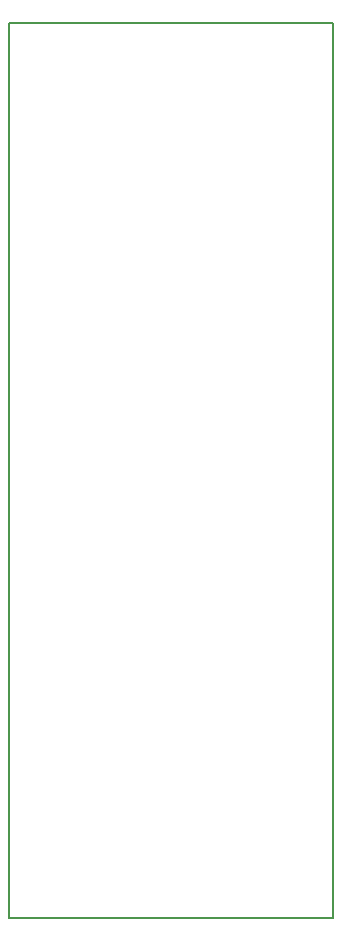
<source format=gbr>
G04 DipTrace 3.3.0.0*
G04 BoardOutline.gbr*
%MOIN*%
G04 #@! TF.FileFunction,Profile*
G04 #@! TF.Part,Single*
%ADD11C,0.005512*%
%FSLAX26Y26*%
G04*
G70*
G90*
G75*
G01*
G04 BoardOutline*
%LPD*%
X393701Y3374951D2*
D11*
X1474951D1*
Y393701D1*
X393701D1*
Y3374951D1*
M02*

</source>
